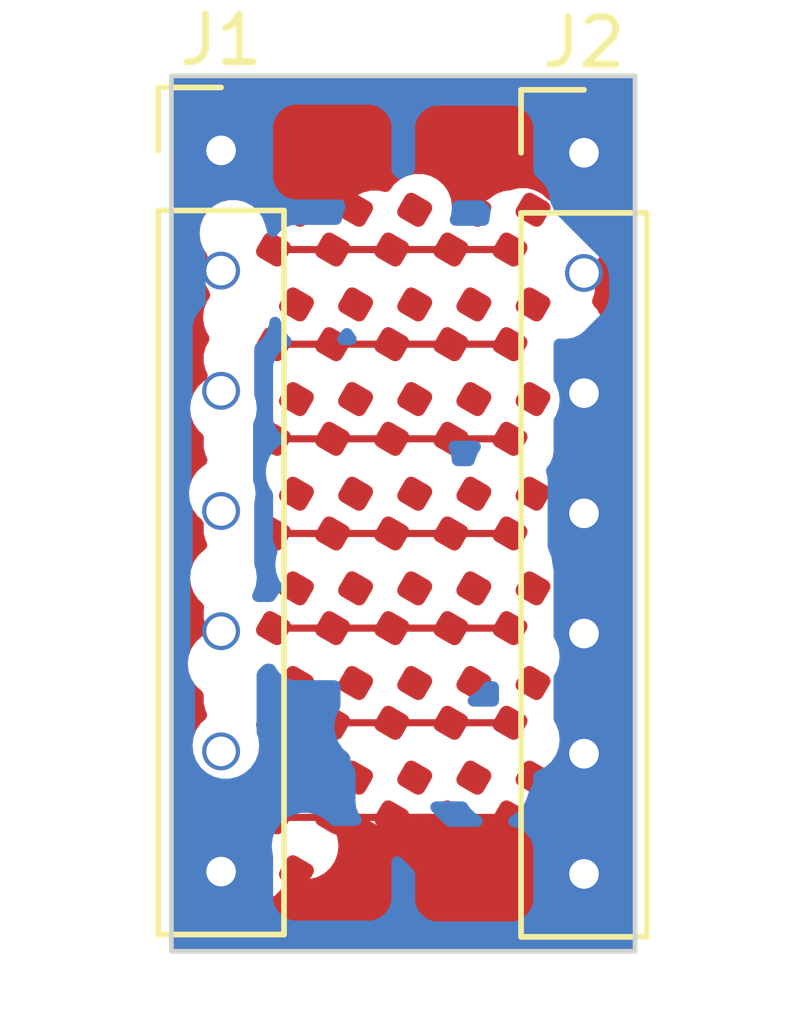
<source format=kicad_pcb>
(kicad_pcb (version 20221018) (generator pcbnew)
  (layers (0 "F.Cu" signal) (31 "B.Cu" signal) (34 "B.Paste" user) (35 "F.Paste" user) (36 "B.SilkS" user "B.Silkscreen") (37 "F.SilkS" user "F.Silkscreen") (38 "B.Mask" user) (39 "F.Mask" user) (44 "Edge.Cuts" user))
  (net 0 "")
  (net 1 "R1")
  (net 2 "C1")
  (net 3 "R2")
  (net 4 "R3")
  (net 5 "R4")
  (net 6 "R5")
  (net 7 "R6")
  (net 8 "R7")
  (net 9 "C2")
  (net 10 "C3")
  (net 11 "C4")
  (net 12 "C5")
  (net 13 "DP")
  (footprint "LED_SMD:LED_0402_1005Metric" (layer "F.Cu") (at 26.15 27.25 60)
    (fp_text reference "D24" hide)
    (fp_text value "LED" hide)
    (pad "1" smd roundrect (at -0.485 0 60) (size 0.59 0.64) (layers "F.Cu" "F.Paste" "F.Mask") (net 4 "R3"))
    (pad "2" smd roundrect (at 0.485 0 60) (size 0.59 0.64) (layers "F.Cu" "F.Paste" "F.Mask") (net 11 "C4"))
  )
  (footprint "LED_SMD:LED_0402_1005Metric" (layer "F.Cu") (at 27.4 35.25 60)
    (fp_text reference "D35" hide)
    (fp_text value "LED" hide)
    (pad "1" smd roundrect (at -0.485 0 60) (size 0.59 0.64) (layers "F.Cu" "F.Paste" "F.Mask") (net 8 "R7"))
    (pad "2" smd roundrect (at 0.485 0 60) (size 0.59 0.64) (layers "F.Cu" "F.Paste" "F.Mask") (net 12 "C5"))
  )
  (footprint "Connector_PinHeader_2.54mm:PinHeader_1x07_P2.54mm_Vertical" (layer "F.Cu") (at 28.72 21.625)
    (fp_text reference "J2" (at 0 -2.33) (layer "F.SilkS"))
    (fp_text value "Conn_01x07")
    (fp_line (start -1.33 -1.33) (end 0 -1.33) (stroke (width 0.12)) (layer "F.SilkS"))
    (fp_line (start -1.33 0) (end -1.33 -1.33) (stroke (width 0.12)) (layer "F.SilkS"))
    (fp_line (start -1.33 1.27) (end -1.33 16.57) (stroke (width 0.12)) (layer "F.SilkS"))
    (fp_line (start -1.33 1.27) (end 1.33 1.27) (stroke (width 0.12)) (layer "F.SilkS"))
    (fp_line (start -1.33 16.57) (end 1.33 16.57) (stroke (width 0.12)) (layer "F.SilkS"))
    (fp_line (start 1.33 1.27) (end 1.33 16.57) (stroke (width 0.12)) (layer "F.SilkS"))
    (pad "1" thru_hole circle locked (at 0 0) (size 0.8 0.8) (drill 0.625) (layers "*.Cu" "*.Mask") (net 9 "C2"))
    (pad "2" thru_hole circle locked (at 0 2.54) (size 0.8 0.8) (drill 0.625) (layers "*.Cu" "*.Mask") (net 1 "R1"))
    (pad "3" thru_hole circle locked (at 0 5.08) (size 0.8 0.8) (drill 0.625) (layers "*.Cu" "*.Mask") (net 4 "R3"))
    (pad "4" thru_hole circle locked (at 0 7.62) (size 0.8 0.8) (drill 0.625) (layers "*.Cu" "*.Mask") (net 5 "R4"))
    (pad "5" thru_hole circle locked (at 0 10.16) (size 0.8 0.8) (drill 0.625) (layers "*.Cu" "*.Mask") (net 2 "C1"))
    (pad "6" thru_hole circle locked (at 0 12.7) (size 0.8 0.8) (drill 0.625) (layers "*.Cu" "*.Mask"))
    (pad "7" thru_hole circle locked (at 0 15.24) (size 0.8 0.8) (drill 0.625) (layers "*.Cu" "*.Mask") (net 13 "DP"))
  )
  (footprint "LED_SMD:LED_0402_1005Metric" (layer "F.Cu") (at 23.65 35.25 60)
    (fp_text reference "D14" hide)
    (fp_text value "LED" hide)
    (pad "1" smd roundrect (at -0.485 0 60) (size 0.59 0.64) (layers "F.Cu" "F.Paste" "F.Mask") (net 8 "R7"))
    (pad "2" smd roundrect (at 0.485 0 60) (size 0.59 0.64) (layers "F.Cu" "F.Paste" "F.Mask") (net 9 "C2"))
  )
  (footprint "LED_SMD:LED_0402_1005Metric" (layer "F.Cu") (at 23.65 33.25 60)
    (fp_text reference "D13" hide)
    (fp_text value "LED" hide)
    (pad "1" smd roundrect (at -0.485 0 60) (size 0.59 0.64) (layers "F.Cu" "F.Paste" "F.Mask") (net 7 "R6"))
    (pad "2" smd roundrect (at 0.485 0 60) (size 0.59 0.64) (layers "F.Cu" "F.Paste" "F.Mask") (net 9 "C2"))
  )
  (footprint "LED_SMD:LED_0402_1005Metric" (layer "F.Cu") (at 22.4 23.25 60)
    (fp_text reference "D1" hide)
    (fp_text value "LED" hide)
    (pad "1" smd roundrect (at -0.485 0 60) (size 0.59 0.64) (layers "F.Cu" "F.Paste" "F.Mask") (net 1 "R1"))
    (pad "2" smd roundrect (at 0.485 0 60) (size 0.59 0.64) (layers "F.Cu" "F.Paste" "F.Mask") (net 2 "C1"))
  )
  (footprint "LED_SMD:LED_0402_1005Metric" (layer "F.Cu") (at 26.15 25.25 60)
    (fp_text reference "D23" hide)
    (fp_text value "LED" hide)
    (pad "1" smd roundrect (at -0.485 0 60) (size 0.59 0.64) (layers "F.Cu" "F.Paste" "F.Mask") (net 3 "R2"))
    (pad "2" smd roundrect (at 0.485 0 60) (size 0.59 0.64) (layers "F.Cu" "F.Paste" "F.Mask") (net 11 "C4"))
  )
  (footprint "LED_SMD:LED_0402_1005Metric" (layer "F.Cu") (at 22.4 33.25 60)
    (fp_text reference "D6" hide)
    (fp_text value "LED" hide)
    (pad "1" smd roundrect (at -0.485 0 60) (size 0.59 0.64) (layers "F.Cu" "F.Paste" "F.Mask") (net 7 "R6"))
    (pad "2" smd roundrect (at 0.485 0 60) (size 0.59 0.64) (layers "F.Cu" "F.Paste" "F.Mask") (net 2 "C1"))
  )
  (footprint "LED_SMD:LED_0402_1005Metric" (layer "F.Cu") (at 24.9 27.25 60)
    (fp_text reference "D17" hide)
    (fp_text value "LED" hide)
    (pad "1" smd roundrect (at -0.485 0 60) (size 0.59 0.64) (layers "F.Cu" "F.Paste" "F.Mask") (net 4 "R3"))
    (pad "2" smd roundrect (at 0.485 0 60) (size 0.59 0.64) (layers "F.Cu" "F.Paste" "F.Mask") (net 10 "C3"))
  )
  (footprint "LED_SMD:LED_0402_1005Metric" (layer "F.Cu") (at 26.15 29.25 60)
    (fp_text reference "D25" hide)
    (fp_text value "LED" hide)
    (pad "1" smd roundrect (at -0.485 0 60) (size 0.59 0.64) (layers "F.Cu" "F.Paste" "F.Mask") (net 5 "R4"))
    (pad "2" smd roundrect (at 0.485 0 60) (size 0.59 0.64) (layers "F.Cu" "F.Paste" "F.Mask") (net 11 "C4"))
  )
  (footprint "LED_SMD:LED_0402_1005Metric" (layer "F.Cu") (at 23.65 29.25 60)
    (fp_text reference "D11" hide)
    (fp_text value "LED" hide)
    (pad "1" smd roundrect (at -0.485 0 60) (size 0.59 0.64) (layers "F.Cu" "F.Paste" "F.Mask") (net 5 "R4"))
    (pad "2" smd roundrect (at 0.485 0 60) (size 0.59 0.64) (layers "F.Cu" "F.Paste" "F.Mask") (net 9 "C2"))
  )
  (footprint "LED_SMD:LED_0402_1005Metric" (layer "F.Cu") (at 26.15 33.25 60)
    (fp_text reference "D27" hide)
    (fp_text value "LED" hide)
    (pad "1" smd roundrect (at -0.485 0 60) (size 0.59 0.64) (layers "F.Cu" "F.Paste" "F.Mask") (net 7 "R6"))
    (pad "2" smd roundrect (at 0.485 0 60) (size 0.59 0.64) (layers "F.Cu" "F.Paste" "F.Mask") (net 11 "C4"))
  )
  (footprint "LED_SMD:LED_0402_1005Metric" (layer "F.Cu") (at 23.65 27.25 60)
    (fp_text reference "D10" hide)
    (fp_text value "LED" hide)
    (pad "1" smd roundrect (at -0.485 0 60) (size 0.59 0.64) (layers "F.Cu" "F.Paste" "F.Mask") (net 4 "R3"))
    (pad "2" smd roundrect (at 0.485 0 60) (size 0.59 0.64) (layers "F.Cu" "F.Paste" "F.Mask") (net 9 "C2"))
  )
  (footprint "LED_SMD:LED_0402_1005Metric" (layer "F.Cu") (at 27.4 33.25 60)
    (fp_text reference "D34" hide)
    (fp_text value "LED" hide)
    (pad "1" smd roundrect (at -0.485 0 60) (size 0.59 0.64) (layers "F.Cu" "F.Paste" "F.Mask") (net 7 "R6"))
    (pad "2" smd roundrect (at 0.485 0 60) (size 0.59 0.64) (layers "F.Cu" "F.Paste" "F.Mask") (net 12 "C5"))
  )
  (footprint "LED_SMD:LED_0402_1005Metric" (layer "F.Cu") (at 22.4 31.25 60)
    (fp_text reference "D5" hide)
    (fp_text value "LED" hide)
    (pad "1" smd roundrect (at -0.485 0 60) (size 0.59 0.64) (layers "F.Cu" "F.Paste" "F.Mask") (net 6 "R5"))
    (pad "2" smd roundrect (at 0.485 0 60) (size 0.59 0.64) (layers "F.Cu" "F.Paste" "F.Mask") (net 2 "C1"))
  )
  (footprint "LED_SMD:LED_0402_1005Metric" (layer "F.Cu") (at 24.9 29.25 60)
    (fp_text reference "D18" hide)
    (fp_text value "LED" hide)
    (pad "1" smd roundrect (at -0.485 0 60) (size 0.59 0.64) (layers "F.Cu" "F.Paste" "F.Mask") (net 5 "R4"))
    (pad "2" smd roundrect (at 0.485 0 60) (size 0.59 0.64) (layers "F.Cu" "F.Paste" "F.Mask") (net 10 "C3"))
  )
  (footprint "LED_SMD:LED_0402_1005Metric" (layer "F.Cu") (at 23.65 23.25 60)
    (fp_text reference "D8" hide)
    (fp_text value "LED" hide)
    (pad "1" smd roundrect (at -0.485 0 60) (size 0.59 0.64) (layers "F.Cu" "F.Paste" "F.Mask") (net 1 "R1"))
    (pad "2" smd roundrect (at 0.485 0 60) (size 0.59 0.64) (layers "F.Cu" "F.Paste" "F.Mask") (net 9 "C2"))
  )
  (footprint "LED_SMD:LED_0402_1005Metric" (layer "F.Cu") (at 22.4 27.25 60)
    (fp_text reference "D3" hide)
    (fp_text value "LED" hide)
    (pad "1" smd roundrect (at -0.485 0 60) (size 0.59 0.64) (layers "F.Cu" "F.Paste" "F.Mask") (net 4 "R3"))
    (pad "2" smd roundrect (at 0.485 0 60) (size 0.59 0.64) (layers "F.Cu" "F.Paste" "F.Mask") (net 2 "C1"))
  )
  (footprint "LED_SMD:LED_0402_1005Metric" (layer "F.Cu") (at 24.9 33.25 60)
    (fp_text reference "D20" hide)
    (fp_text value "LED" hide)
    (pad "1" smd roundrect (at -0.485 0 60) (size 0.59 0.64) (layers "F.Cu" "F.Paste" "F.Mask") (net 7 "R6"))
    (pad "2" smd roundrect (at 0.485 0 60) (size 0.59 0.64) (layers "F.Cu" "F.Paste" "F.Mask") (net 10 "C3"))
  )
  (footprint "LED_SMD:LED_0402_1005Metric" (layer "F.Cu") (at 23.65 31.25 60)
    (fp_text reference "D12" hide)
    (fp_text value "LED" hide)
    (pad "1" smd roundrect (at -0.485 0 60) (size 0.59 0.64) (layers "F.Cu" "F.Paste" "F.Mask") (net 6 "R5"))
    (pad "2" smd roundrect (at 0.485 0 60) (size 0.59 0.64) (layers "F.Cu" "F.Paste" "F.Mask") (net 9 "C2"))
  )
  (footprint "Connector_PinHeader_2.54mm:PinHeader_1x07_P2.54mm_Vertical" (layer "F.Cu") (at 21.05 21.575)
    (fp_text reference "J1" (at 0 -2.33) (layer "F.SilkS"))
    (fp_text value "Conn_01x07")
    (fp_line (start -1.33 -1.33) (end 0 -1.33) (stroke (width 0.12)) (layer "F.SilkS"))
    (fp_line (start -1.33 0) (end -1.33 -1.33) (stroke (width 0.12)) (layer "F.SilkS"))
    (fp_line (start -1.33 1.27) (end -1.33 16.57) (stroke (width 0.12)) (layer "F.SilkS"))
    (fp_line (start -1.33 1.27) (end 1.33 1.27) (stroke (width 0.12)) (layer "F.SilkS"))
    (fp_line (start -1.33 16.57) (end 1.33 16.57) (stroke (width 0.12)) (layer "F.SilkS"))
    (fp_line (start 1.33 1.27) (end 1.33 16.57) (stroke (width 0.12)) (layer "F.SilkS"))
    (pad "1" thru_hole circle locked (at 0 0) (size 0.8 0.8) (drill 0.625) (layers "*.Cu" "*.Mask") (net 11 "C4"))
    (pad "2" thru_hole circle locked (at 0 2.54) (size 0.8 0.8) (drill 0.625) (layers "*.Cu" "*.Mask") (net 12 "C5"))
    (pad "3" thru_hole circle locked (at 0 5.08) (size 0.8 0.8) (drill 0.625) (layers "*.Cu" "*.Mask") (net 3 "R2"))
    (pad "4" thru_hole circle locked (at 0 7.62) (size 0.8 0.8) (drill 0.625) (layers "*.Cu" "*.Mask") (net 6 "R5"))
    (pad "5" thru_hole circle locked (at 0 10.16) (size 0.8 0.8) (drill 0.625) (layers "*.Cu" "*.Mask") (net 7 "R6"))
    (pad "6" thru_hole circle locked (at 0 12.7) (size 0.8 0.8) (drill 0.625) (layers "*.Cu" "*.Mask") (net 8 "R7"))
    (pad "7" thru_hole circle locked (at 0 15.24) (size 0.8 0.8) (drill 0.625) (layers "*.Cu" "*.Mask") (net 10 "C3"))
  )
  (footprint "LED_SMD:LED_0402_1005Metric" (layer "F.Cu") (at 27.4 31.25 60)
    (fp_text reference "D33" hide)
    (fp_text value "LED" hide)
    (pad "1" smd roundrect (at -0.485 0 60) (size 0.59 0.64) (layers "F.Cu" "F.Paste" "F.Mask") (net 6 "R5"))
    (pad "2" smd roundrect (at 0.485 0 60) (size 0.59 0.64) (layers "F.Cu" "F.Paste" "F.Mask") (net 12 "C5"))
  )
  (footprint "LED_SMD:LED_0402_1005Metric" (layer "F.Cu") (at 22.4 35.25 60)
    (fp_text reference "D7" hide)
    (fp_text value "LED" hide)
    (pad "1" smd roundrect (at -0.485 0 60) (size 0.59 0.64) (layers "F.Cu" "F.Paste" "F.Mask") (net 8 "R7"))
    (pad "2" smd roundrect (at 0.485 0 60) (size 0.59 0.64) (layers "F.Cu" "F.Paste" "F.Mask") (net 2 "C1"))
  )
  (footprint "LED_SMD:LED_0402_1005Metric" (layer "F.Cu") (at 27.4 29.25 60)
    (fp_text reference "D32" hide)
    (fp_text value "LED" hide)
    (pad "1" smd roundrect (at -0.485 0 60) (size 0.59 0.64) (layers "F.Cu" "F.Paste" "F.Mask") (net 5 "R4"))
    (pad "2" smd roundrect (at 0.485 0 60) (size 0.59 0.64) (layers "F.Cu" "F.Paste" "F.Mask") (net 12 "C5"))
  )
  (footprint "LED_SMD:LED_0402_1005Metric" (layer "F.Cu") (at 24.9 35.25 60)
    (fp_text reference "D21" hide)
    (fp_text value "LED" hide)
    (pad "1" smd roundrect (at -0.485 0 60) (size 0.59 0.64) (layers "F.Cu" "F.Paste" "F.Mask") (net 8 "R7"))
    (pad "2" smd roundrect (at 0.485 0 60) (size 0.59 0.64) (layers "F.Cu" "F.Paste" "F.Mask") (net 10 "C3"))
  )
  (footprint "LED_SMD:LED_0402_1005Metric" (layer "F.Cu") (at 22.4 29.25 60)
    (fp_text reference "D4" hide)
    (fp_text value "LED" hide)
    (pad "1" smd roundrect (at -0.485 0 60) (size 0.59 0.64) (layers "F.Cu" "F.Paste" "F.Mask") (net 5 "R4"))
    (pad "2" smd roundrect (at 0.485 0 60) (size 0.59 0.64) (layers "F.Cu" "F.Paste" "F.Mask") (net 2 "C1"))
  )
  (footprint "LED_SMD:LED_0402_1005Metric" (layer "F.Cu") (at 24.9 23.25 60)
    (fp_text reference "D15" hide)
    (fp_text value "LED" hide)
    (pad "1" smd roundrect (at -0.485 0 60) (size 0.59 0.64) (layers "F.Cu" "F.Paste" "F.Mask") (net 1 "R1"))
    (pad "2" smd roundrect (at 0.485 0 60) (size 0.59 0.64) (layers "F.Cu" "F.Paste" "F.Mask") (net 10 "C3"))
  )
  (footprint "LED_SMD:LED_0402_1005Metric" (layer "F.Cu") (at 26.15 35.25 60)
    (fp_text reference "D28" hide)
    (fp_text value "LED" hide)
    (pad "1" smd roundrect (at -0.485 0 60) (size 0.59 0.64) (layers "F.Cu" "F.Paste" "F.Mask") (net 8 "R7"))
    (pad "2" smd roundrect (at 0.485 0 60) (size 0.59 0.64) (layers "F.Cu" "F.Paste" "F.Mask") (net 11 "C4"))
  )
  (footprint "LED_SMD:LED_0402_1005Metric" (layer "F.Cu") (at 27.4 27.25 60)
    (fp_text reference "D31" hide)
    (fp_text value "LED" hide)
    (pad "1" smd roundrect (at -0.485 0 60) (size 0.59 0.64) (layers "F.Cu" "F.Paste" "F.Mask") (net 4 "R3"))
    (pad "2" smd roundrect (at 0.485 0 60) (size 0.59 0.64) (layers "F.Cu" "F.Paste" "F.Mask") (net 12 "C5"))
  )
  (footprint "LED_SMD:LED_0402_1005Metric" (layer "F.Cu") (at 26.15 31.25 60)
    (fp_text reference "D26" hide)
    (fp_text value "LED" hide)
    (pad "1" smd roundrect (at -0.485 0 60) (size 0.59 0.64) (layers "F.Cu" "F.Paste" "F.Mask") (net 6 "R5"))
    (pad "2" smd roundrect (at 0.485 0 60) (size 0.59 0.64) (layers "F.Cu" "F.Paste" "F.Mask") (net 11 "C4"))
  )
  (footprint "LED_SMD:LED_0402_1005Metric" (layer "F.Cu") (at 22.4 25.25 60)
    (fp_text reference "D2" hide)
    (fp_text value "LED" hide)
    (pad "1" smd roundrect (at -0.485 0 60) (size 0.59 0.64) (layers "F.Cu" "F.Paste" "F.Mask") (net 3 "R2"))
    (pad "2" smd roundrect (at 0.485 0 60) (size 0.59 0.64) (layers "F.Cu" "F.Paste" "F.Mask") (net 2 "C1"))
  )
  (footprint "LED_SMD:LED_0402_1005Metric" (layer "F.Cu") (at 22.4 37.25 60)
    (fp_text reference "D36" hide)
    (fp_text value "LED" hide)
    (pad "1" smd roundrect (at -0.485 0 60) (size 0.59 0.64) (layers "F.Cu" "F.Paste" "F.Mask") (net 8 "R7"))
    (pad "2" smd roundrect (at 0.485 0 60) (size 0.59 0.64) (layers "F.Cu" "F.Paste" "F.Mask") (net 13 "DP"))
  )
  (footprint "LED_SMD:LED_0402_1005Metric" (layer "F.Cu") (at 27.4 23.25 60)
    (fp_text reference "D29" hide)
    (fp_text value "LED" hide)
    (pad "1" smd roundrect (at -0.485 0 60) (size 0.59 0.64) (layers "F.Cu" "F.Paste" "F.Mask") (net 1 "R1"))
    (pad "2" smd roundrect (at 0.485 0 60) (size 0.59 0.64) (layers "F.Cu" "F.Paste" "F.Mask") (net 12 "C5"))
  )
  (footprint "LED_SMD:LED_0402_1005Metric" (layer "F.Cu") (at 24.9 25.25 60)
    (fp_text reference "D16" hide)
    (fp_text value "LED" hide)
    (pad "1" smd roundrect (at -0.485 0 60) (size 0.59 0.64) (layers "F.Cu" "F.Paste" "F.Mask") (net 3 "R2"))
    (pad "2" smd roundrect (at 0.485 0 60) (size 0.59 0.64) (layers "F.Cu" "F.Paste" "F.Mask") (net 10 "C3"))
  )
  (footprint "LED_SMD:LED_0402_1005Metric" (layer "F.Cu") (at 24.9 31.25 60)
    (fp_text reference "D19" hide)
    (fp_text value "LED" hide)
    (pad "1" smd roundrect (at -0.485 0 60) (size 0.59 0.64) (layers "F.Cu" "F.Paste" "F.Mask") (net 6 "R5"))
    (pad "2" smd roundrect (at 0.485 0 60) (size 0.59 0.64) (layers "F.Cu" "F.Paste" "F.Mask") (net 10 "C3"))
  )
  (footprint "LED_SMD:LED_0402_1005Metric" (layer "F.Cu") (at 23.65 25.25 60)
    (fp_text reference "D9" hide)
    (fp_text value "LED" hide)
    (pad "1" smd roundrect (at -0.485 0 60) (size 0.59 0.64) (layers "F.Cu" "F.Paste" "F.Mask") (net 3 "R2"))
    (pad "2" smd roundrect (at 0.485 0 60) (size 0.59 0.64) (layers "F.Cu" "F.Paste" "F.Mask") (net 9 "C2"))
  )
  (footprint "LED_SMD:LED_0402_1005Metric" (layer "F.Cu") (at 26.15 23.25 60)
    (fp_text reference "D22" hide)
    (fp_text value "LED" hide)
    (pad "1" smd roundrect (at -0.485 0 60) (size 0.59 0.64) (layers "F.Cu" "F.Paste" "F.Mask") (net 1 "R1"))
    (pad "2" smd roundrect (at 0.485 0 60) (size 0.59 0.64) (layers "F.Cu" "F.Paste" "F.Mask") (net 11 "C4"))
  )
  (footprint "LED_SMD:LED_0402_1005Metric" (layer "F.Cu") (at 27.4 25.25 60)
    (fp_text reference "D30" hide)
    (fp_text value "LED" hide)
    (pad "1" smd roundrect (at -0.485 0 60) (size 0.59 0.64) (layers "F.Cu" "F.Paste" "F.Mask") (net 3 "R2"))
    (pad "2" smd roundrect (at 0.485 0 60) (size 0.59 0.64) (layers "F.Cu" "F.Paste" "F.Mask") (net 12 "C5"))
  )
  (gr_rect (start 20 20) (end 29.8 38.5) (stroke (width 0.1)) (fill none) (layer "Edge.Cuts"))
  (segment (start 27.1575 23.670022) (end 22.1575 23.670022) (width 0.15) (layer "F.Cu") (net 1))
  (segment (start 22.1575 25.670022) (end 27.1575 25.670022) (width 0.15) (layer "F.Cu") (net 3))
  (segment (start 27.1575 27.670022) (end 22.1575 27.670022) (width 0.15) (layer "F.Cu") (net 4))
  (segment (start 22.1575 29.670022) (end 27.1575 29.670022) (width 0.15) (layer "F.Cu") (net 5))
  (segment (start 27.1575 31.670022) (end 22.1575 31.670022) (width 0.15) (layer "F.Cu") (net 6))
  (segment (start 22.1575 33.670022) (end 27.1575 33.670022) (width 0.15) (layer "F.Cu") (net 7))
  (segment (start 22.1575 35.670022) (end 27.1575 35.670022) (width 0.15) (layer "F.Cu") (net 8))
  (zone (net 0) (net_name "") (layers "F&B.Cu") (connect_pads (clearance 0.5)) (min_thickness 0.25) (fill yes (thermal_gap 0.5) (thermal_bridge_width 0.5) (island_removal_mode 1) (island_area_min 10))
    (polygon (pts (xy 20 20) (xy 29.8 20) (xy 29.8 38.5) (xy 20 38.475)))
  )
)
</source>
